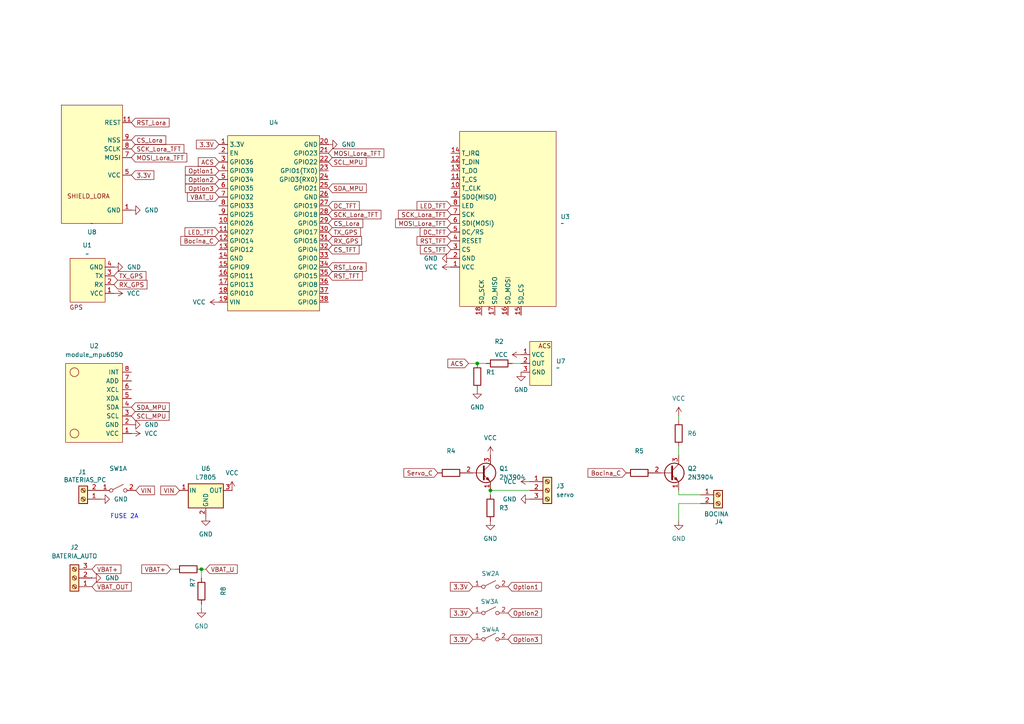
<source format=kicad_sch>
(kicad_sch (version 20250114) (generator "eeschema") (generator_version "9.0")
  (paper "A4")
  (title_block (title "Computadora-abordo Auto Desafio Eco YPF") (rev "1.0") (company "Joaquin Della Torre "))
  (lib_symbols
    (symbol "Connector:Screw_Terminal_01x02" (pin_names (offset 1.016) (hide yes))
      (property "Reference" "J" (at 0 2.54 0))
      (property "Value" "Screw_Terminal_01x02" (at 0 -5.08 0))
      (symbol "Screw_Terminal_01x02_1_1"
        (rectangle (start -1.27 1.27) (end 1.27 -3.81) (stroke (width 0.254)) (fill (type background)))
        (polyline (pts (xy -0.5334 0.3302) (xy 0.3302 -0.508)) (stroke (width 0.1524)))
        (polyline (pts (xy -0.5334 -2.2098) (xy 0.3302 -3.048)) (stroke (width 0.1524)))
        (polyline (pts (xy -0.3556 0.508) (xy 0.508 -0.3302)) (stroke (width 0.1524)))
        (polyline (pts (xy -0.3556 -2.032) (xy 0.508 -2.8702)) (stroke (width 0.1524)))
        (circle (center 0 0) (radius 0.635) (stroke (width 0.1524)))
        (circle (center 0 -2.54) (radius 0.635) (stroke (width 0.1524)))
        (pin passive line (at -5.08 0 0) (length 3.81) (name "Pin_1") (number "1"))
        (pin passive line (at -5.08 -2.54 0) (length 3.81) (name "Pin_2") (number "2"))
      )
    )
    (symbol "Connector:Screw_Terminal_01x03" (pin_names (offset 1.016) (hide yes))
      (property "Reference" "J" (at 0 5.08 0))
      (property "Value" "Screw_Terminal_01x03" (at 0 -5.08 0))
      (symbol "Screw_Terminal_01x03_1_1"
        (rectangle (start -1.27 3.81) (end 1.27 -3.81) (stroke (width 0.254)) (fill (type background)))
        (polyline (pts (xy -0.5334 2.8702) (xy 0.3302 2.032)) (stroke (width 0.1524)))
        (polyline (pts (xy -0.5334 0.3302) (xy 0.3302 -0.508)) (stroke (width 0.1524)))
        (polyline (pts (xy -0.5334 -2.2098) (xy 0.3302 -3.048)) (stroke (width 0.1524)))
        (polyline (pts (xy -0.3556 3.048) (xy 0.508 2.2098)) (stroke (width 0.1524)))
        (polyline (pts (xy -0.3556 0.508) (xy 0.508 -0.3302)) (stroke (width 0.1524)))
        (polyline (pts (xy -0.3556 -2.032) (xy 0.508 -2.8702)) (stroke (width 0.1524)))
        (circle (center 0 2.54) (radius 0.635) (stroke (width 0.1524)))
        (circle (center 0 0) (radius 0.635) (stroke (width 0.1524)))
        (circle (center 0 -2.54) (radius 0.635) (stroke (width 0.1524)))
        (pin passive line (at -5.08 2.54 0) (length 3.81) (name "Pin_1") (number "1"))
        (pin passive line (at -5.08 0 0) (length 3.81) (name "Pin_2") (number "2"))
        (pin passive line (at -5.08 -2.54 0) (length 3.81) (name "Pin_3") (number "3"))
      )
    )
    (symbol "Device:R" (pin_numbers (hide yes)) (pin_names (offset 0))
      (property "Reference" "R" (at 2.032 0 90))
      (property "Value" "R" (at 0 0 90))
      (symbol "R_0_1"
        (rectangle (start -1.016 -2.54) (end 1.016 2.54) (stroke (width 0.254)))
      )
      (symbol "R_1_1"
        (pin passive line (at 0 3.81 270) (length 1.27) (name "~") (number "1"))
        (pin passive line (at 0 -3.81 90) (length 1.27) (name "~") (number "2"))
      )
    )
    (symbol "GY-NEO6MV2:GPS"
      (property "Reference" "U" (at 0 0 0))
      (symbol "GPS_1_1"
        (rectangle (start 2.54 13.97) (end 12.7 1.27) (fill (type background)))
        (text "GPS\n" (at 10.922 15.494 0) (effects (font (size 1.27 1.27))))
        (pin power_in line (at 0 11.43 0) (length 2.54) (name "VCC") (number "1"))
        (pin input line (at 0 8.89 0) (length 2.54) (name "RX") (number "2"))
        (pin output line (at 0 6.35 0) (length 2.54) (name "TX") (number "3"))
        (pin power_in line (at 0 3.81 0) (length 2.54) (name "GND") (number "4"))
      )
    )
    (symbol "Regulator_Linear:L7805" (pin_names (offset 0.254))
      (property "Reference" "U" (at -3.81 3.175 0))
      (property "Value" "L7805" (at 0 3.175 0))
      (symbol "L7805_0_1"
        (rectangle (start -5.08 1.905) (end 5.08 -5.08) (stroke (width 0.254)) (fill (type background)))
      )
      (symbol "L7805_1_1"
        (pin power_in line (at -7.62 0 0) (length 2.54) (name "IN") (number "1"))
        (pin power_in line (at 0 -7.62 90) (length 2.54) (name "GND") (number "2"))
        (pin power_out line (at 7.62 0 180) (length 2.54) (name "OUT") (number "3"))
      )
    )
    (symbol "Switch:SW_DPST_x2" (pin_names (offset 0) (hide yes))
      (property "Reference" "SW" (at 0 3.175 0))
      (property "Value" "SW_DPST_x2" (at 0 -2.54 0))
      (symbol "SW_DPST_x2_0_0"
        (circle (center -2.032 0) (radius 0.508))
        (polyline (pts (xy -1.524 0.254) (xy 1.524 1.778)))
        (circle (center 2.032 0) (radius 0.508))
      )
      (symbol "SW_DPST_x2_1_1"
        (pin passive line (at -5.08 0 0) (length 2.54) (name "A") (number "1"))
        (pin passive line (at 5.08 0 180) (length 2.54) (name "B") (number "2"))
      )
      (symbol "SW_DPST_x2_2_1"
        (pin passive line (at -5.08 0 0) (length 2.54) (name "A") (number "3"))
        (pin passive line (at 5.08 0 180) (length 2.54) (name "B") (number "4"))
      )
    )
    (symbol "Transistor_BJT:2N3904" (pin_names (offset 0) (hide yes))
      (property "Reference" "Q" (at 5.08 1.905 0))
      (property "Value" "2N3904" (at 5.08 0 0))
      (symbol "2N3904_0_1"
        (polyline (pts (xy -2.54 0) (xy 0.635 0)))
        (polyline (pts (xy 0.635 1.905) (xy 0.635 -1.905)) (stroke (width 0.508)))
        (circle (center 1.27 0) (radius 2.8194) (stroke (width 0.254)))
      )
      (symbol "2N3904_1_1"
        (polyline (pts (xy 0.635 0.635) (xy 2.54 2.54)))
        (polyline (pts (xy 0.635 -0.635) (xy 2.54 -2.54)))
        (polyline (pts (xy 1.27 -1.778) (xy 1.778 -1.27) (xy 2.286 -2.286) (xy 1.27 -1.778)) (fill (type outline)))
        (pin input line (at -5.08 0 0) (length 2.54) (name "B") (number "2"))
        (pin passive line (at 2.54 5.08 270) (length 2.54) (name "C") (number "3"))
        (pin passive line (at 2.54 -5.08 90) (length 2.54) (name "E") (number "1"))
      )
    )
    (symbol "acs_module:ACS712"
      (property "Reference" "U" (at 0 0 0))
      (symbol "ACS712_1_1"
        (rectangle (start 2.54 -2.54) (end 8.89 -15.24) (fill (type background)))
        (text "ACS" (at 6.858 -3.81 0) (effects (font (size 1.27 1.27))))
        (pin input line (at 0 -6.35 0) (length 2.54) (name "VCC") (number "1"))
        (pin input line (at 0 -8.89 0) (length 2.54) (name "OUT") (number "2"))
        (pin input line (at 0 -11.43 0) (length 2.54) (name "GND") (number "3"))
      )
    )
    (symbol "lora:LORA_SHIELD"
      (property "Reference" "U" (at 0 -11.43 0))
      (symbol "LORA_SHIELD_1_1"
        (rectangle (start -3.81 -22.86) (end 13.97 11.43) (fill (type background)))
        (text "SHIELD_LORA\n" (at 6.096 -14.986 0) (effects (font (size 1.27 1.27))))
        (pin input line (at -6.35 6.35 0) (length 2.54) (name "REST") (number "11"))
        (pin input line (at -6.35 1.27 0) (length 2.54) (name "NSS") (number "9"))
        (pin input line (at -6.35 -1.27 0) (length 2.54) (name "SCLK") (number "8"))
        (pin input line (at -6.35 -3.81 0) (length 2.54) (name "MOSI") (number "7"))
        (pin input line (at -6.35 -8.89 0) (length 2.54) (name "VCC") (number "5"))
        (pin input line (at -6.35 -19.05 0) (length 2.54) (name "GND") (number "1"))
      )
    )
    (symbol "my_esp32kicad_sym:esp32_1"
      (property "Reference" "U" (at 25.4 -11.43 0))
      (symbol "esp32_1_1_1"
        (rectangle (start 31.75 -5.08) (end 58.42 -55.88) (fill (type background)))
        (pin power_in line (at 29.21 -7.62 0) (length 2.54) (name "3.3V") (number "1"))
        (pin input line (at 29.21 -10.16 0) (length 2.54) (name "EN") (number "2"))
        (pin bidirectional line (at 29.21 -12.7 0) (length 2.54) (name "GPIO36") (number "3"))
        (pin bidirectional line (at 29.21 -15.24 0) (length 2.54) (name "GPIO39") (number "4"))
        (pin bidirectional line (at 29.21 -17.78 0) (length 2.54) (name "GPIO34") (number "5"))
        (pin bidirectional line (at 29.21 -20.32 0) (length 2.54) (name "GPIO35") (number "6"))
        (pin bidirectional line (at 29.21 -22.86 0) (length 2.54) (name "GPIO32") (number "7"))
        (pin bidirectional line (at 29.21 -25.4 0) (length 2.54) (name "GPIO33") (number "8"))
        (pin bidirectional line (at 29.21 -27.94 0) (length 2.54) (name "GPIO25") (number "9"))
        (pin bidirectional line (at 29.21 -30.48 0) (length 2.54) (name "GPIO26") (number "10"))
        (pin bidirectional line (at 29.21 -33.02 0) (length 2.54) (name "GPIO27") (number "11"))
        (pin bidirectional line (at 29.21 -35.56 0) (length 2.54) (name "GPIO14") (number "12"))
        (pin bidirectional line (at 29.21 -38.1 0) (length 2.54) (name "GPIO12") (number "13"))
        (pin power_in line (at 29.21 -40.64 0) (length 2.54) (name "GND") (number "14"))
        (pin bidirectional line (at 29.21 -43.18 0) (length 2.54) (name "GPIO9") (number "15"))
        (pin bidirectional line (at 29.21 -45.72 0) (length 2.54) (name "GPIO11") (number "16"))
        (pin bidirectional line (at 29.21 -48.26 0) (length 2.54) (name "GPIO13") (number "17"))
        (pin bidirectional line (at 29.21 -50.8 0) (length 2.54) (name "GPIO10") (number "18"))
        (pin power_in line (at 29.21 -53.34 0) (length 2.54) (name "VIN") (number "19"))
        (pin power_in line (at 60.96 -7.62 180) (length 2.54) (name "GND") (number "20"))
        (pin bidirectional line (at 60.96 -10.16 180) (length 2.54) (name "GPIO23") (number "21"))
        (pin bidirectional line (at 60.96 -12.7 180) (length 2.54) (name "GPIO22") (number "22"))
        (pin bidirectional line (at 60.96 -15.24 180) (length 2.54) (name "GPIO1(TX0)") (number "23"))
        (pin bidirectional line (at 60.96 -17.78 180) (length 2.54) (name "GPIO3(RX0)") (number "24"))
        (pin bidirectional line (at 60.96 -20.32 180) (length 2.54) (name "GPIO21") (number "25"))
        (pin power_in line (at 60.96 -22.86 180) (length 2.54) (name "GND") (number "26"))
        (pin bidirectional line (at 60.96 -25.4 180) (length 2.54) (name "GPIO19") (number "27"))
        (pin bidirectional line (at 60.96 -27.94 180) (length 2.54) (name "GPIO18") (number "28"))
        (pin bidirectional line (at 60.96 -30.48 180) (length 2.54) (name "GPIO5") (number "29"))
        (pin bidirectional line (at 60.96 -33.02 180) (length 2.54) (name "GPIO17") (number "30"))
        (pin bidirectional line (at 60.96 -35.56 180) (length 2.54) (name "GPIO16") (number "31"))
        (pin bidirectional line (at 60.96 -38.1 180) (length 2.54) (name "GPIO4") (number "32"))
        (pin bidirectional line (at 60.96 -40.64 180) (length 2.54) (name "GPIO0") (number "33"))
        (pin bidirectional line (at 60.96 -43.18 180) (length 2.54) (name "GPIO2") (number "34"))
        (pin bidirectional line (at 60.96 -45.72 180) (length 2.54) (name "GPIO15") (number "35"))
        (pin bidirectional line (at 60.96 -48.26 180) (length 2.54) (name "GPIO8") (number "36"))
        (pin bidirectional line (at 60.96 -50.8 180) (length 2.54) (name "GPIO7") (number "37"))
        (pin bidirectional line (at 60.96 -53.34 180) (length 2.54) (name "GPIO6") (number "38"))
      )
    )
    (symbol "power:GND" (power) (pin_numbers (hide yes)) (pin_names (offset 0) (hide yes))
      (property "Value" "GND" (at 0 -3.81 0))
      (symbol "GND_0_1"
        (polyline (pts (xy 0 0) (xy 0 -1.27) (xy 1.27 -1.27) (xy 0 -2.54) (xy -1.27 -1.27) (xy 0 -1.27)))
      )
      (symbol "GND_1_1"
        (pin power_in line (at 0 0 270) (length 0) (name "~") (number "1"))
      )
    )
    (symbol "power:VCC" (power) (pin_numbers (hide yes)) (pin_names (offset 0) (hide yes))
      (property "Value" "VCC" (at 0 3.556 0))
      (symbol "VCC_0_1"
        (polyline (pts (xy -0.762 1.27) (xy 0 2.54)))
        (polyline (pts (xy 0 2.54) (xy 0.762 1.27)))
        (polyline (pts (xy 0 0) (xy 0 2.54)))
      )
      (symbol "VCC_1_1"
        (pin power_in line (at 0 0 90) (length 0) (name "~") (number "1"))
      )
    )
    (symbol "tft_3.5(modulo desafio eco ypf):tft_3.5"
      (property "Reference" "U" (at 0 0 0))
      (symbol "tft_3.5_1_1"
        (rectangle (start -46.99 -15.24) (end 3.81 -43.18) (fill (type background)))
        (pin output line (at -40.64 -45.72 90) (length 2.54) (name "T_IRQ") (number "14"))
        (pin input line (at -38.1 -45.72 90) (length 2.54) (name "T_DIN") (number "12"))
        (pin output line (at -35.56 -45.72 90) (length 2.54) (name "T_DO") (number "13"))
        (pin input line (at -33.02 -45.72 90) (length 2.54) (name "T_CS") (number "11"))
        (pin input line (at -30.48 -45.72 90) (length 2.54) (name "T_CLK") (number "10"))
        (pin bidirectional line (at -27.94 -45.72 90) (length 2.54) (name "SDO(MISO)") (number "9"))
        (pin power_in line (at -25.4 -45.72 90) (length 2.54) (name "LED") (number "8"))
        (pin input line (at -22.86 -45.72 90) (length 2.54) (name "SCK") (number "7"))
        (pin bidirectional line (at -20.32 -45.72 90) (length 2.54) (name "SDI(MOSI)") (number "6"))
        (pin bidirectional line (at -17.78 -45.72 90) (length 2.54) (name "DC/RS") (number "5"))
        (pin input line (at -15.24 -45.72 90) (length 2.54) (name "RESET") (number "4"))
        (pin input line (at -12.7 -45.72 90) (length 2.54) (name "CS") (number "3"))
        (pin power_in line (at -10.16 -45.72 90) (length 2.54) (name "GND") (number "2"))
        (pin power_in line (at -7.62 -45.72 90) (length 2.54) (name "VCC") (number "1"))
        (pin input line (at 6.35 -25.4 180) (length 2.54) (name "SD_CS") (number "15"))
        (pin input line (at 6.35 -29.21 180) (length 2.54) (name "SD_MOSI") (number "16"))
        (pin input line (at 6.35 -33.02 180) (length 2.54) (name "SD_MISO") (number "17"))
        (pin input line (at 6.35 -36.83 180) (length 2.54) (name "SD_SCK") (number "18"))
      )
    )
    (symbol "usini_sensors:module_mpu6050" (pin_names (offset 1.016))
      (property "Reference" "U" (at 2.54 21.59 0))
      (property "Value" "module_mpu6050" (at 11.43 -3.81 0))
      (symbol "module_mpu6050_0_1"
        (rectangle (start 2.54 20.32) (end 19.05 -2.54) (fill (type background)))
        (circle (center 16.51 17.78) (radius 1.27))
        (circle (center 16.51 0) (radius 1.27))
      )
      (symbol "module_mpu6050_1_1"
        (pin input line (at 0 17.78 0) (length 2.54) (name "VCC") (number "1"))
        (pin input line (at 0 15.24 0) (length 2.54) (name "GND") (number "2"))
        (pin input line (at 0 12.7 0) (length 2.54) (name "SCL") (number "3"))
        (pin input line (at 0 10.16 0) (length 2.54) (name "SDA") (number "4"))
        (pin input line (at 0 7.62 0) (length 2.54) (name "XDA") (number "5"))
        (pin input line (at 0 5.08 0) (length 2.54) (name "XCL") (number "6"))
        (pin input line (at 0 2.54 0) (length 2.54) (name "ADD") (number "7"))
        (pin input line (at 0 0 0) (length 2.54) (name "INT") (number "8"))
      )
    )
  )
  (text "FUSE 2A" (at 36.068 149.86 0) (effects (font (size 1.27 1.27))))
  (junction (at 142.24 142.24))
  (junction (at 58.42 165.1))
  (junction (at 138.43 105.41))
  (wire (pts (xy 58.42 175.26) (xy 58.42 176.53)))
  (wire (pts (xy 142.24 142.24) (xy 142.24 143.51)))
  (wire (pts (xy 196.85 129.54) (xy 196.85 132.08)))
  (wire (pts (xy 148.59 105.41) (xy 151.13 105.41)))
  (wire (pts (xy 138.43 105.41) (xy 140.97 105.41)))
  (wire (pts (xy 135.89 105.41) (xy 138.43 105.41)))
  (wire (pts (xy 203.2 143.51) (xy 196.85 143.51)))
  (wire (pts (xy 58.42 165.1) (xy 59.69 165.1)))
  (wire (pts (xy 196.85 143.51) (xy 196.85 142.24)))
  (wire (pts (xy 196.85 146.05) (xy 196.85 151.13)))
  (wire (pts (xy 50.8 165.1) (xy 49.53 165.1)))
  (wire (pts (xy 196.85 146.05) (xy 203.2 146.05)))
  (wire (pts (xy 142.24 142.24) (xy 153.67 142.24)))
  (wire (pts (xy 196.85 120.65) (xy 196.85 121.92)))
  (wire (pts (xy 58.42 165.1) (xy 58.42 167.64)))
  (global_label "MOSI_Lora_TFT" (shape input) (at 130.81 64.77 180) (property "Intersheetrefs" "${INTERSHEET_REFS}" (effects (hide yes))))
  (global_label "Option3" (shape input) (at 63.5 54.61 180) (property "Intersheetrefs" "${INTERSHEET_REFS}" (effects (hide yes))))
  (global_label "CS_Lora" (shape input) (at 38.1 40.64 0) (property "Intersheetrefs" "${INTERSHEET_REFS}" (effects (hide yes))))
  (global_label "VBAT_OUT" (shape input) (at 26.67 170.18 0) (property "Intersheetrefs" "${INTERSHEET_REFS}" (effects (hide yes))))
  (global_label "RST_Lora" (shape input) (at 38.1 35.56 0) (property "Intersheetrefs" "${INTERSHEET_REFS}" (effects (hide yes))))
  (global_label "MOSI_Lora_TFT" (shape input) (at 38.1 45.72 0) (property "Intersheetrefs" "${INTERSHEET_REFS}" (effects (hide yes))))
  (global_label "TX_GPS" (shape input) (at 33.02 80.01 0) (property "Intersheetrefs" "${INTERSHEET_REFS}" (effects (hide yes))))
  (global_label "RST_Lora" (shape input) (at 95.25 77.47 0) (property "Intersheetrefs" "${INTERSHEET_REFS}" (effects (hide yes))))
  (global_label "CS_TFT" (shape input) (at 95.25 72.39 0) (property "Intersheetrefs" "${INTERSHEET_REFS}" (effects (hide yes))))
  (global_label "CS_Lora" (shape input) (at 95.25 64.77 0) (property "Intersheetrefs" "${INTERSHEET_REFS}" (effects (hide yes))))
  (global_label "Option1" (shape input) (at 63.5 49.53 180) (property "Intersheetrefs" "${INTERSHEET_REFS}" (effects (hide yes))))
  (global_label "ACS" (shape input) (at 135.89 105.41 180) (property "Intersheetrefs" "${INTERSHEET_REFS}" (effects (hide yes))))
  (global_label "Option1" (shape input) (at 147.32 170.18 0) (property "Intersheetrefs" "${INTERSHEET_REFS}" (effects (hide yes))))
  (global_label "ACS" (shape input) (at 63.5 46.99 180) (property "Intersheetrefs" "${INTERSHEET_REFS}" (effects (hide yes))))
  (global_label "SCK_Lora_TFT" (shape input) (at 38.1 43.18 0) (property "Intersheetrefs" "${INTERSHEET_REFS}" (effects (hide yes))))
  (global_label "SCK_Lora_TFT" (shape input) (at 95.25 62.23 0) (property "Intersheetrefs" "${INTERSHEET_REFS}" (effects (hide yes))))
  (global_label "SDA_MPU" (shape input) (at 95.25 54.61 0) (property "Intersheetrefs" "${INTERSHEET_REFS}" (effects (hide yes))))
  (global_label "TX_GPS" (shape input) (at 95.25 67.31 0) (property "Intersheetrefs" "${INTERSHEET_REFS}" (effects (hide yes))))
  (global_label "VIN" (shape input) (at 52.07 142.24 180) (property "Intersheetrefs" "${INTERSHEET_REFS}" (effects (hide yes))))
  (global_label "SCL_MPU" (shape input) (at 38.1 120.65 0) (property "Intersheetrefs" "${INTERSHEET_REFS}" (effects (hide yes))))
  (global_label "Option2" (shape input) (at 147.32 177.8 0) (property "Intersheetrefs" "${INTERSHEET_REFS}" (effects (hide yes))))
  (global_label "VBAT_U" (shape input) (at 59.69 165.1 0) (property "Intersheetrefs" "${INTERSHEET_REFS}" (effects (hide yes))))
  (global_label "SCL_MPU" (shape input) (at 95.25 46.99 0) (property "Intersheetrefs" "${INTERSHEET_REFS}" (effects (hide yes))))
  (global_label "LED_TFT" (shape input) (at 63.5 67.31 180) (property "Intersheetrefs" "${INTERSHEET_REFS}" (effects (hide yes))))
  (global_label "RST_TFT" (shape input) (at 130.81 69.85 180) (property "Intersheetrefs" "${INTERSHEET_REFS}" (effects (hide yes))))
  (global_label "RX_GPS" (shape input) (at 33.02 82.55 0) (property "Intersheetrefs" "${INTERSHEET_REFS}" (effects (hide yes))))
  (global_label "RX_GPS" (shape input) (at 95.25 69.85 0) (property "Intersheetrefs" "${INTERSHEET_REFS}" (effects (hide yes))))
  (global_label "VBAT+" (shape input) (at 49.53 165.1 180) (property "Intersheetrefs" "${INTERSHEET_REFS}" (effects (hide yes))))
  (global_label "3.3V" (shape input) (at 137.16 177.8 180) (property "Intersheetrefs" "${INTERSHEET_REFS}" (effects (hide yes))))
  (global_label "Bocina_C" (shape input) (at 181.61 137.16 180) (property "Intersheetrefs" "${INTERSHEET_REFS}" (effects (hide yes))))
  (global_label "3.3V" (shape input) (at 63.5 41.91 180) (property "Intersheetrefs" "${INTERSHEET_REFS}" (effects (hide yes))))
  (global_label "RST_TFT" (shape input) (at 95.25 80.01 0) (property "Intersheetrefs" "${INTERSHEET_REFS}" (effects (hide yes))))
  (global_label "3.3V" (shape input) (at 38.1 50.8 0) (property "Intersheetrefs" "${INTERSHEET_REFS}" (effects (hide yes))))
  (global_label "Bocina_C" (shape input) (at 63.5 69.85 180) (property "Intersheetrefs" "${INTERSHEET_REFS}" (effects (hide yes))))
  (global_label "SCK_Lora_TFT" (shape input) (at 130.81 62.23 180) (property "Intersheetrefs" "${INTERSHEET_REFS}" (effects (hide yes))))
  (global_label "3.3V" (shape input) (at 137.16 185.42 180) (property "Intersheetrefs" "${INTERSHEET_REFS}" (effects (hide yes))))
  (global_label "Option3" (shape input) (at 147.32 185.42 0) (property "Intersheetrefs" "${INTERSHEET_REFS}" (effects (hide yes))))
  (global_label "CS_TFT" (shape input) (at 130.81 72.39 180) (property "Intersheetrefs" "${INTERSHEET_REFS}" (effects (hide yes))))
  (global_label "VBAT_U" (shape input) (at 63.5 57.15 180) (property "Intersheetrefs" "${INTERSHEET_REFS}" (effects (hide yes))))
  (global_label "DC_TFT" (shape input) (at 95.25 59.69 0) (property "Intersheetrefs" "${INTERSHEET_REFS}" (effects (hide yes))))
  (global_label "Servo_C" (shape input) (at 127 137.16 180) (property "Intersheetrefs" "${INTERSHEET_REFS}" (effects (hide yes))))
  (global_label "Option2" (shape input) (at 63.5 52.07 180) (property "Intersheetrefs" "${INTERSHEET_REFS}" (effects (hide yes))))
  (global_label "3.3V" (shape input) (at 137.16 170.18 180) (property "Intersheetrefs" "${INTERSHEET_REFS}" (effects (hide yes))))
  (global_label "SDA_MPU" (shape input) (at 38.1 118.11 0) (property "Intersheetrefs" "${INTERSHEET_REFS}" (effects (hide yes))))
  (global_label "LED_TFT" (shape input) (at 130.81 59.69 180) (property "Intersheetrefs" "${INTERSHEET_REFS}" (effects (hide yes))))
  (global_label "VBAT+" (shape input) (at 26.67 165.1 0) (property "Intersheetrefs" "${INTERSHEET_REFS}" (effects (hide yes))))
  (global_label "DC_TFT" (shape input) (at 130.81 67.31 180) (property "Intersheetrefs" "${INTERSHEET_REFS}" (effects (hide yes))))
  (global_label "MOSI_Lora_TFT" (shape input) (at 95.25 44.45 0) (property "Intersheetrefs" "${INTERSHEET_REFS}" (effects (hide yes))))
  (global_label "VIN" (shape input) (at 39.37 142.24 0) (property "Intersheetrefs" "${INTERSHEET_REFS}" (effects (hide yes))))
  (symbol (lib_id "Transistor_BJT:2N3904") (at 194.31 137.16 0) (unit 1)
    (property "Reference" "Q2" (at 199.39 135.8899 0) (effects (justify left)))
    (property "Value" "2N3904" (at 199.39 138.4299 0) (effects (justify left)))
    (property "Footprint" "Package_TO_SOT_THT:TO-92_Inline" (effects (hide yes)))
    (property "Datasheet" "https://www.onsemi.com/pub/Collateral/2N3903-D.PDF" (effects (hide yes)))
    (property "Description" "0.2A Ic, 40V Vce, Small Signal NPN Transistor, TO-92" (effects (hide yes)))
  )
  (symbol (lib_id "Regulator_Linear:L7805") (at 59.69 142.24 0) (unit 1)
    (property "Reference" "U6" (at 59.69 135.89 0))
    (property "Value" "L7805" (at 59.69 138.43 0))
    (property "Footprint" "Package_TO_SOT_THT:TO-220-3_Vertical" (effects (hide yes)))
    (property "Datasheet" "http://www.st.com/content/ccc/resource/technical/document/datasheet/41/4f/b3/b0/12/d4/47/88/CD00000444.pdf/files/CD00000444.pdf/jcr:content/translations/en.CD00000444.pdf" (effects (hide yes)))
    (property "Description" "Positive 1.5A 35V Linear Regulator, Fixed Output 5V, TO-220/TO-263/TO-252" (effects (hide yes)))
  )
  (symbol (lib_id "power:GND") (at 38.1 60.96 90) (unit 1)
    (property "Reference" "#PWR02" (effects (hide yes)))
    (property "Value" "GND" (at 41.91 60.9599 90) (effects (justify right)))
    (property "Description" "Power symbol creates a global label with name \"GND\" , ground" (effects (hide yes)))
  )
  (symbol (lib_id "Device:R") (at 196.85 125.73 180) (unit 1)
    (property "Reference" "R6" (at 199.39 125.7299 0) (effects (justify right)))
    (property "Value" "10k" (effects (hide yes)))
    (property "Footprint" "Resistor_THT:R_Axial_DIN0204_L3.6mm_D1.6mm_P5.08mm_Horizontal" (effects (hide yes)))
    (property "Description" "Resistor" (effects (hide yes)))
  )
  (symbol (lib_id "power:VCC") (at 196.85 120.65 0) (unit 1)
    (property "Reference" "#PWR022" (effects (hide yes)))
    (property "Value" "VCC" (at 196.85 115.57 0))
    (property "Description" "Power symbol creates a global label with name \"VCC\"" (effects (hide yes)))
  )
  (symbol (lib_id "power:VCC") (at 130.81 77.47 90) (unit 1)
    (property "Reference" "#PWR012" (effects (hide yes)))
    (property "Value" "VCC" (at 127 77.4699 90) (effects (justify left)))
    (property "Description" "Power symbol creates a global label with name \"VCC\"" (effects (hide yes)))
  )
  (symbol (lib_id "power:VCC") (at 33.02 85.09 270) (unit 1)
    (property "Reference" "#PWR07" (effects (hide yes)))
    (property "Value" "VCC" (at 36.83 85.0899 90) (effects (justify left)))
    (property "Description" "Power symbol creates a global label with name \"VCC\"" (effects (hide yes)))
  )
  (symbol (lib_id "Connector:Screw_Terminal_01x03") (at 21.59 167.64 180) (unit 1)
    (property "Reference" "J2" (at 21.59 158.75 0))
    (property "Value" "BATERIA_AUTO" (at 21.59 161.29 0))
    (property "Footprint" "terminals_bateries:teminals_bateries" (effects (hide yes)))
    (property "Description" "Generic screw terminal, single row, 01x03, script generated (kicad-library-utils/schlib/autogen/connector/)" (effects (hide yes)))
  )
  (symbol (lib_id "power:VCC") (at 153.67 139.7 90) (unit 1)
    (property "Reference" "#PWR019" (effects (hide yes)))
    (property "Value" "VCC" (at 149.86 139.6999 90) (effects (justify left)))
    (property "Description" "Power symbol creates a global label with name \"VCC\"" (effects (hide yes)))
  )
  (symbol (lib_id "power:VCC") (at 142.24 132.08 0) (unit 1)
    (property "Reference" "#PWR021" (effects (hide yes)))
    (property "Value" "VCC" (at 142.24 127 0))
    (property "Description" "Power symbol creates a global label with name \"VCC\"" (effects (hide yes)))
  )
  (symbol (lib_id "power:GND") (at 29.21 144.78 90) (unit 1)
    (property "Reference" "#PWR016" (effects (hide yes)))
    (property "Value" "GND" (at 33.02 144.7799 90) (effects (justify right)))
    (property "Description" "Power symbol creates a global label with name \"GND\" , ground" (effects (hide yes)))
  )
  (symbol (lib_id "Device:R") (at 144.78 105.41 90) (unit 1)
    (property "Reference" "R2" (at 144.78 99.06 90))
    (property "Value" "10k" (effects (hide yes)))
    (property "Footprint" "Resistor_THT:R_Axial_DIN0204_L3.6mm_D1.6mm_P5.08mm_Horizontal" (effects (hide yes)))
    (property "Description" "Resistor" (effects (hide yes)))
  )
  (symbol (lib_id "power:VCC") (at 67.31 142.24 0) (unit 1)
    (property "Reference" "#PWR05" (effects (hide yes)))
    (property "Value" "VCC" (at 67.31 137.16 0))
    (property "Description" "Power symbol creates a global label with name \"VCC\"" (effects (hide yes)))
  )
  (symbol (lib_id "power:GND") (at 138.43 113.03 0) (unit 1)
    (property "Reference" "#PWR015" (effects (hide yes)))
    (property "Value" "GND" (at 138.43 118.11 0))
    (property "Description" "Power symbol creates a global label with name \"GND\" , ground" (effects (hide yes)))
  )
  (symbol (lib_id "usini_sensors:module_mpu6050") (at 38.1 107.95 180) (unit 1)
    (property "Reference" "U2" (at 27.305 100.33 0))
    (property "Value" "module_mpu6050" (at 27.305 102.87 0))
    (property "Footprint" "Connector_PinHeader_2.54mm:PinHeader_1x08_P2.54mm_Vertical" (effects (hide yes)))
  )
  (symbol (lib_id "tft_3.5(modulo desafio eco ypf):tft_3.5") (at 176.53 85.09 270) (unit 1)
    (property "Reference" "U3" (at 162.56 62.8649 90) (effects (justify left)))
    (property "Value" "~" (at 162.56 64.77 90) (effects (justify left)))
    (property "Footprint" "Modulos_desafio_eco:tft_3.5_display" (effects (hide yes)))
  )
  (symbol (lib_id "power:GND") (at 33.02 77.47 90) (unit 1)
    (property "Reference" "#PWR03" (effects (hide yes)))
    (property "Value" "GND" (at 36.83 77.4699 90) (effects (justify right)))
    (property "Description" "Power symbol creates a global label with name \"GND\" , ground" (effects (hide yes)))
  )
  (symbol (lib_id "power:GND") (at 38.1 123.19 90) (unit 1)
    (property "Reference" "#PWR04" (effects (hide yes)))
    (property "Value" "GND" (at 41.91 123.1899 90) (effects (justify right)))
    (property "Description" "Power symbol creates a global label with name \"GND\" , ground" (effects (hide yes)))
  )
  (symbol (lib_id "Device:R") (at 138.43 109.22 180) (unit 1)
    (property "Reference" "R1" (at 140.97 107.9499 0) (effects (justify right)))
    (property "Value" "10K" (effects (hide yes)))
    (property "Footprint" "Resistor_THT:R_Axial_DIN0204_L3.6mm_D1.6mm_P5.08mm_Horizontal" (effects (hide yes)))
    (property "Description" "Resistor" (effects (hide yes)))
  )
  (symbol (lib_id "Device:R") (at 58.42 171.45 0) (unit 1)
    (property "Reference" "R8" (at 64.77 171.45 90))
    (property "Value" "10k" (effects (hide yes)))
    (property "Footprint" "Resistor_THT:R_Axial_DIN0204_L3.6mm_D1.6mm_P5.08mm_Horizontal" (effects (hide yes)))
    (property "Description" "Resistor" (effects (hide yes)))
  )
  (symbol (lib_id "acs_module:ACS712") (at 151.13 96.52 0) (unit 1)
    (property "Reference" "U7" (at 161.29 104.7749 0) (effects (justify left)))
    (property "Value" "~" (at 161.29 106.68 0) (effects (justify left)))
    (property "Footprint" "Connector_PinHeader_2.54mm:PinHeader_1x03_P2.54mm_Vertical" (effects (hide yes)))
  )
  (symbol (lib_id "power:VCC") (at 63.5 87.63 90) (unit 1)
    (property "Reference" "#PWR06" (effects (hide yes)))
    (property "Value" "VCC" (at 59.69 87.6299 90) (effects (justify left)))
    (property "Description" "Power symbol creates a global label with name \"VCC\"" (effects (hide yes)))
  )
  (symbol (lib_id "Connector:Screw_Terminal_01x02") (at 208.28 143.51 0) (unit 1)
    (property "Reference" "J4" (at 208.534 151.384 0))
    (property "Value" "BOCINA" (at 207.772 149.098 0))
    (property "Footprint" "Connector_PinHeader_2.54mm:PinHeader_1x02_P2.54mm_Vertical" (effects (hide yes)))
    (property "Description" "Generic screw terminal, single row, 01x02, script generated (kicad-library-utils/schlib/autogen/connector/)" (effects (hide yes)))
  )
  (symbol (lib_id "Device:R") (at 185.42 137.16 90) (unit 1)
    (property "Reference" "R5" (at 185.42 130.81 90))
    (property "Value" "10k" (effects (hide yes)))
    (property "Footprint" "Resistor_THT:R_Axial_DIN0204_L3.6mm_D1.6mm_P5.08mm_Horizontal" (effects (hide yes)))
    (property "Description" "Resistor" (effects (hide yes)))
  )
  (symbol (lib_id "power:GND") (at 142.24 151.13 0) (unit 1)
    (property "Reference" "#PWR020" (effects (hide yes)))
    (property "Value" "GND" (at 142.24 156.21 0))
    (property "Description" "Power symbol creates a global label with name \"GND\" , ground" (effects (hide yes)))
  )
  (symbol (lib_id "Switch:SW_DPST_x2") (at 142.24 177.8 0) (unit 1)
    (property "Reference" "SW3" (at 141.986 174.498 0))
    (property "Value" "SW_DPST_x2" (effects (hide yes)))
    (property "Footprint" "Button_Switch_THT:SW_PUSH-12mm_Wuerth-430476085716" (effects (hide yes)))
    (property "Description" "Single Pole Single Throw (SPST) switch, separate symbol" (effects (hide yes)))
  )
  (symbol (lib_id "power:GND") (at 151.13 107.95 0) (unit 1)
    (property "Reference" "#PWR014" (effects (hide yes)))
    (property "Value" "GND" (at 151.13 113.03 0))
    (property "Description" "Power symbol creates a global label with name \"GND\" , ground" (effects (hide yes)))
  )
  (symbol (lib_id "power:GND") (at 130.81 74.93 270) (unit 1)
    (property "Reference" "#PWR011" (effects (hide yes)))
    (property "Value" "GND" (at 127 74.9299 90) (effects (justify right)))
    (property "Description" "Power symbol creates a global label with name \"GND\" , ground" (effects (hide yes)))
  )
  (symbol (lib_id "GY-NEO6MV2:GPS") (at 33.02 73.66 180) (unit 1)
    (property "Reference" "U1" (at 25.296 71.12 0))
    (property "Value" "~" (at 25.296 73.66 0))
    (property "Footprint" "GY-NEO6MV2:GY-NEO6MV2" (effects (hide yes)))
  )
  (symbol (lib_id "power:GND") (at 153.67 144.78 270) (unit 1)
    (property "Reference" "#PWR018" (effects (hide yes)))
    (property "Value" "GND" (at 149.86 144.7799 90) (effects (justify right)))
    (property "Description" "Power symbol creates a global label with name \"GND\" , ground" (effects (hide yes)))
  )
  (symbol (lib_id "power:GND") (at 59.69 149.86 0) (unit 1)
    (property "Reference" "#PWR010" (effects (hide yes)))
    (property "Value" "GND" (at 59.69 154.94 0))
    (property "Description" "Power symbol creates a global label with name \"GND\" , ground" (effects (hide yes)))
  )
  (symbol (lib_id "Switch:SW_DPST_x2") (at 142.24 170.18 0) (unit 1)
    (property "Reference" "SW2" (at 142.24 166.37 0))
    (property "Value" "SW1" (effects (hide yes)))
    (property "Footprint" "Button_Switch_THT:SW_PUSH-12mm_Wuerth-430476085716" (effects (hide yes)))
    (property "Description" "Single Pole Single Throw (SPST) switch, separate symbol" (effects (hide yes)))
  )
  (symbol (lib_id "Device:R") (at 130.81 137.16 90) (unit 1)
    (property "Reference" "R4" (at 130.81 130.81 90))
    (property "Value" "10k" (effects (hide yes)))
    (property "Footprint" "Resistor_THT:R_Axial_DIN0204_L3.6mm_D1.6mm_P5.08mm_Horizontal" (effects (hide yes)))
    (property "Description" "Resistor" (effects (hide yes)))
  )
  (symbol (lib_id "power:VCC") (at 38.1 125.73 270) (unit 1)
    (property "Reference" "#PWR08" (effects (hide yes)))
    (property "Value" "VCC" (at 41.91 125.7299 90) (effects (justify left)))
    (property "Description" "Power symbol creates a global label with name \"VCC\"" (effects (hide yes)))
  )
  (symbol (lib_id "Device:R") (at 54.61 165.1 90) (unit 1)
    (property "Reference" "R7" (at 55.8801 167.64 0) (effects (justify right)))
    (property "Value" "10K" (effects (hide yes)))
    (property "Footprint" "Resistor_THT:R_Axial_DIN0204_L3.6mm_D1.6mm_P5.08mm_Horizontal" (effects (hide yes)))
    (property "Description" "Resistor" (effects (hide yes)))
  )
  (symbol (lib_id "Switch:SW_DPST_x2") (at 34.29 142.24 0) (unit 1)
    (property "Reference" "SW1" (at 34.29 135.89 0))
    (property "Value" "SW_DPST_x2" (effects (hide yes)))
    (property "Footprint" "Button_Switch_THT:SW_DIP_SPSTx01_Slide_6.7x4.1mm_W7.62mm_P2.54mm_LowProfile" (effects (hide yes)))
    (property "Description" "Single Pole Single Throw (SPST) switch, separate symbol" (effects (hide yes)))
  )
  (symbol (lib_id "Switch:SW_DPST_x2") (at 142.24 185.42 0) (unit 1)
    (property "Reference" "SW4" (at 142.24 182.626 0))
    (property "Value" "SW_DPST_x2" (effects (hide yes)))
    (property "Footprint" "Button_Switch_THT:SW_PUSH-12mm_Wuerth-430476085716" (effects (hide yes)))
    (property "Description" "Single Pole Single Throw (SPST) switch, separate symbol" (effects (hide yes)))
  )
  (symbol (lib_id "Connector:Screw_Terminal_01x03") (at 158.75 142.24 0) (unit 1)
    (property "Reference" "J3" (at 161.29 140.9699 0) (effects (justify left)))
    (property "Value" "servo" (at 161.29 143.5099 0) (effects (justify left)))
    (property "Footprint" "Connector_PinHeader_2.54mm:PinHeader_1x03_P2.54mm_Vertical" (effects (hide yes)))
    (property "Description" "Generic screw terminal, single row, 01x03, script generated (kicad-library-utils/schlib/autogen/connector/)" (effects (hide yes)))
  )
  (symbol (lib_id "power:VCC") (at 151.13 102.87 90) (unit 1)
    (property "Reference" "#PWR013" (effects (hide yes)))
    (property "Value" "VCC" (at 147.32 102.8699 90) (effects (justify left)))
    (property "Description" "Power symbol creates a global label with name \"VCC\"" (effects (hide yes)))
  )
  (symbol (lib_id "power:GND") (at 26.67 167.64 90) (unit 1)
    (property "Reference" "#PWR017" (effects (hide yes)))
    (property "Value" "GND" (at 30.48 167.6399 90) (effects (justify right)))
    (property "Description" "Power symbol creates a global label with name \"GND\" , ground" (effects (hide yes)))
  )
  (symbol (lib_id "lora:LORA_SHIELD") (at 31.75 41.91 0) (mirror y) (unit 1)
    (property "Reference" "U8" (at 26.67 67.31 0))
    (property "Value" "~" (at 26.67 64.77 0))
    (property "Footprint" "LORA:SHIELD XL1278" (effects (hide yes)))
  )
  (symbol (lib_id "Connector:Screw_Terminal_01x02") (at 24.13 144.78 180) (unit 1)
    (property "Reference" "J1" (at 23.876 136.906 0))
    (property "Value" "BATERIAS_PC" (at 24.638 139.192 0))
    (property "Footprint" "Connector_PinHeader_2.54mm:PinHeader_1x02_P2.54mm_Vertical" (effects (hide yes)))
    (property "Description" "Generic screw terminal, single row, 01x02, script generated (kicad-library-utils/schlib/autogen/connector/)" (effects (hide yes)))
  )
  (symbol (lib_id "power:GND") (at 196.85 151.13 0) (unit 1)
    (property "Reference" "#PWR023" (effects (hide yes)))
    (property "Value" "GND" (at 196.85 156.21 0))
    (property "Description" "Power symbol creates a global label with name \"GND\" , ground" (effects (hide yes)))
  )
  (symbol (lib_id "my_esp32kicad_sym:esp32_1") (at 34.29 34.29 0) (unit 1)
    (property "Reference" "U4" (at 79.375 35.56 0))
    (property "Footprint" "my_esp32:esp32" (effects (hide yes)))
  )
  (symbol (lib_id "power:GND") (at 95.25 41.91 90) (unit 1)
    (property "Reference" "#PWR01" (effects (hide yes)))
    (property "Value" "GND" (at 99.06 41.9099 90) (effects (justify right)))
    (property "Description" "Power symbol creates a global label with name \"GND\" , ground" (effects (hide yes)))
  )
  (symbol (lib_id "Transistor_BJT:2N3904") (at 139.7 137.16 0) (unit 1)
    (property "Reference" "Q1" (at 144.78 135.8899 0) (effects (justify left)))
    (property "Value" "2N3904" (at 144.78 138.4299 0) (effects (justify left)))
    (property "Footprint" "Package_TO_SOT_THT:TO-92_Inline" (effects (hide yes)))
    (property "Datasheet" "https://www.onsemi.com/pub/Collateral/2N3903-D.PDF" (effects (hide yes)))
    (property "Description" "0.2A Ic, 40V Vce, Small Signal NPN Transistor, TO-92" (effects (hide yes)))
  )
  (symbol (lib_id "Device:R") (at 142.24 147.32 180) (unit 1)
    (property "Reference" "R3" (at 144.78 147.3199 0) (effects (justify right)))
    (property "Value" "10k" (effects (hide yes)))
    (property "Footprint" "Resistor_THT:R_Axial_DIN0204_L3.6mm_D1.6mm_P5.08mm_Horizontal" (effects (hide yes)))
    (property "Description" "Resistor" (effects (hide yes)))
  )
  (symbol (lib_id "power:GND") (at 58.42 176.53 0) (unit 1)
    (property "Reference" "#PWR024" (effects (hide yes)))
    (property "Value" "GND" (at 58.42 181.61 0))
    (property "Description" "Power symbol creates a global label with name \"GND\" , ground" (effects (hide yes)))
  )
)
</source>
